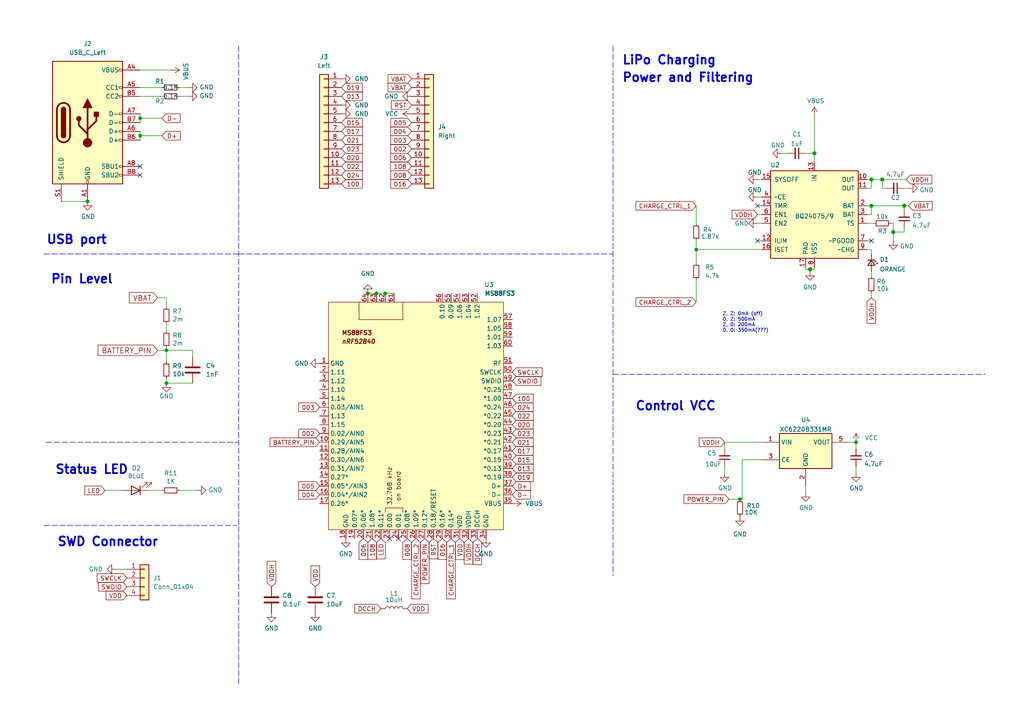
<source format=kicad_sch>
(kicad_sch (version 20211123) (generator eeschema)
  (paper "A4")
  (lib_symbols
    (symbol "Battery_Management:BQ24075" (pin_names (offset 1.016))
      (property "Reference" "U" (at -5.08 15.875 0))
      (property "Value" "BQ24075" (at -5.08 13.97 0))
      (symbol "BQ24075_0_1"
        (rectangle (start -12.7 12.7) (end 12.7 -12.7) (stroke (width 0.254)) (fill (type background)))
      )
      (symbol "BQ24075_1_1"
        (pin passive line (at 15.24 -2.54 180) (length 2.54) (name "TS") (number "1"))
        (pin power_out line (at 15.24 10.16 180) (length 2.54) (name "OUT") (number "10"))
        (pin power_out line (at 15.24 7.62 180) (length 2.54) (name "OUT") (number "11"))
        (pin passive line (at -15.24 -7.62 0) (length 2.54) (name "ILIM") (number "12"))
        (pin power_in line (at 0 15.24 270) (length 2.54) (name "IN") (number "13"))
        (pin input line (at -15.24 2.54 0) (length 2.54) (name "TMR") (number "14"))
        (pin input line (at -15.24 10.16 0) (length 2.54) (name "SYSOFF") (number "15"))
        (pin passive line (at -15.24 -10.16 0) (length 2.54) (name "ISET") (number "16"))
        (pin power_in line (at -2.54 -15.24 90) (length 2.54) (name "PAD") (number "17"))
        (pin power_out line (at 15.24 2.54 180) (length 2.54) (name "BAT") (number "2"))
        (pin power_out line (at 15.24 0 180) (length 2.54) (name "BAT") (number "3"))
        (pin input line (at -15.24 5.08 0) (length 2.54) (name "~CE") (number "4"))
        (pin input line (at -15.24 -2.54 0) (length 2.54) (name "EN2") (number "5"))
        (pin input line (at -15.24 0 0) (length 2.54) (name "EN1") (number "6"))
        (pin open_collector line (at 15.24 -7.62 180) (length 2.54) (name "~PGOOD") (number "7"))
        (pin power_in line (at 0 -15.24 90) (length 2.54) (name "VSS") (number "8"))
        (pin open_collector line (at 15.24 -10.16 180) (length 2.54) (name "~CHG") (number "9"))
      )
    )
    (symbol "Connector:USB_C_Receptacle_USB2.0" (pin_names (offset 1.016))
      (property "Reference" "J" (at -10.16 19.05 0))
      (property "Value" "USB_C_Receptacle_USB2.0" (at 19.05 19.05 0))
      (symbol "USB_C_Receptacle_USB2.0_0_0"
        (rectangle (start -0.254 -17.78) (end 0.254 -16.764))
        (rectangle (start 10.16 -14.986) (end 9.144 -15.494))
        (rectangle (start 10.16 -12.446) (end 9.144 -12.954))
        (rectangle (start 10.16 -4.826) (end 9.144 -5.334))
        (rectangle (start 10.16 -2.286) (end 9.144 -2.794))
        (rectangle (start 10.16 0.254) (end 9.144 -0.254))
        (rectangle (start 10.16 2.794) (end 9.144 2.286))
        (rectangle (start 10.16 7.874) (end 9.144 7.366))
        (rectangle (start 10.16 10.414) (end 9.144 9.906))
        (rectangle (start 10.16 15.494) (end 9.144 14.986))
      )
      (symbol "USB_C_Receptacle_USB2.0_0_1"
        (rectangle (start -10.16 17.78) (end 10.16 -17.78) (stroke (width 0.254)) (fill (type background)))
        (arc (start -8.89 -3.81) (mid -6.985 -5.715) (end -5.08 -3.81) (stroke (width 0.508)))
        (arc (start -7.62 -3.81) (mid -6.985 -4.445) (end -6.35 -3.81) (stroke (width 0.254)))
        (arc (start -7.62 -3.81) (mid -6.985 -4.445) (end -6.35 -3.81) (stroke (width 0.254)) (fill (type outline)))
        (rectangle (start -7.62 -3.81) (end -6.35 3.81) (stroke (width 0.254)) (fill (type outline)))
        (arc (start -6.35 3.81) (mid -6.985 4.445) (end -7.62 3.81) (stroke (width 0.254)))
        (arc (start -6.35 3.81) (mid -6.985 4.445) (end -7.62 3.81) (stroke (width 0.254)) (fill (type outline)))
        (arc (start -5.08 3.81) (mid -6.985 5.715) (end -8.89 3.81) (stroke (width 0.508)))
        (circle (center -2.54 1.143) (radius 0.635) (stroke (width 0.254)) (fill (type outline)))
        (circle (center 0 -5.842) (radius 1.27) (fill (type outline)))
        (polyline (pts (xy -8.89 -3.81) (xy -8.89 3.81)) (stroke (width 0.508)))
        (polyline (pts (xy -5.08 3.81) (xy -5.08 -3.81)) (stroke (width 0.508)))
        (polyline (pts (xy 0 -5.842) (xy 0 4.318)) (stroke (width 0.508)))
        (polyline (pts (xy 0 -3.302) (xy -2.54 -0.762) (xy -2.54 0.508)) (stroke (width 0.508)))
        (polyline (pts (xy 0 -2.032) (xy 2.54 0.508) (xy 2.54 1.778)) (stroke (width 0.508)))
        (polyline (pts (xy -1.27 4.318) (xy 0 6.858) (xy 1.27 4.318) (xy -1.27 4.318)) (stroke (width 0.254)) (fill (type outline)))
        (rectangle (start 1.905 1.778) (end 3.175 3.048) (stroke (width 0.254)) (fill (type outline)))
      )
      (symbol "USB_C_Receptacle_USB2.0_1_1"
        (pin passive line (at 0 -22.86 90) (length 5.08) (name "GND") (number "A1"))
        (pin passive line (at 0 -22.86 90) (length 5.08) hide (name "GND") (number "A12"))
        (pin passive line (at 15.24 15.24 180) (length 5.08) (name "VBUS") (number "A4"))
        (pin bidirectional line (at 15.24 10.16 180) (length 5.08) (name "CC1") (number "A5"))
        (pin bidirectional line (at 15.24 -2.54 180) (length 5.08) (name "D+") (number "A6"))
        (pin bidirectional line (at 15.24 2.54 180) (length 5.08) (name "D-") (number "A7"))
        (pin bidirectional line (at 15.24 -12.7 180) (length 5.08) (name "SBU1") (number "A8"))
        (pin passive line (at 15.24 15.24 180) (length 5.08) hide (name "VBUS") (number "A9"))
        (pin passive line (at 0 -22.86 90) (length 5.08) hide (name "GND") (number "B1"))
        (pin passive line (at 0 -22.86 90) (length 5.08) hide (name "GND") (number "B12"))
        (pin passive line (at 15.24 15.24 180) (length 5.08) hide (name "VBUS") (number "B4"))
        (pin bidirectional line (at 15.24 7.62 180) (length 5.08) (name "CC2") (number "B5"))
        (pin bidirectional line (at 15.24 -5.08 180) (length 5.08) (name "D+") (number "B6"))
        (pin bidirectional line (at 15.24 0 180) (length 5.08) (name "D-") (number "B7"))
        (pin bidirectional line (at 15.24 -15.24 180) (length 5.08) (name "SBU2") (number "B8"))
        (pin passive line (at 15.24 15.24 180) (length 5.08) hide (name "VBUS") (number "B9"))
        (pin passive line (at -7.62 -22.86 90) (length 5.08) (name "SHIELD") (number "S1"))
      )
    )
    (symbol "Connector_Generic:Conn_01x04" (pin_names (offset 1.016) hide)
      (property "Reference" "J" (at 0 5.08 0))
      (property "Value" "Conn_01x04" (at 0 -7.62 0))
      (symbol "Conn_01x04_1_1"
        (rectangle (start -1.27 -4.953) (end 0 -5.207) (stroke (width 0.1524)))
        (rectangle (start -1.27 -2.413) (end 0 -2.667) (stroke (width 0.1524)))
        (rectangle (start -1.27 0.127) (end 0 -0.127) (stroke (width 0.1524)))
        (rectangle (start -1.27 2.667) (end 0 2.413) (stroke (width 0.1524)))
        (rectangle (start -1.27 3.81) (end 1.27 -6.35) (stroke (width 0.254)) (fill (type background)))
        (pin passive line (at -5.08 2.54 0) (length 3.81) (name "Pin_1") (number "1"))
        (pin passive line (at -5.08 0 0) (length 3.81) (name "Pin_2") (number "2"))
        (pin passive line (at -5.08 -2.54 0) (length 3.81) (name "Pin_3") (number "3"))
        (pin passive line (at -5.08 -5.08 0) (length 3.81) (name "Pin_4") (number "4"))
      )
    )
    (symbol "Connector_Generic:Conn_01x13" (pin_names (offset 1.016) hide)
      (property "Reference" "J" (at 0 17.78 0))
      (property "Value" "Conn_01x13" (at 0 -17.78 0))
      (symbol "Conn_01x13_1_1"
        (rectangle (start -1.27 -15.113) (end 0 -15.367) (stroke (width 0.1524)))
        (rectangle (start -1.27 -12.573) (end 0 -12.827) (stroke (width 0.1524)))
        (rectangle (start -1.27 -10.033) (end 0 -10.287) (stroke (width 0.1524)))
        (rectangle (start -1.27 -7.493) (end 0 -7.747) (stroke (width 0.1524)))
        (rectangle (start -1.27 -4.953) (end 0 -5.207) (stroke (width 0.1524)))
        (rectangle (start -1.27 -2.413) (end 0 -2.667) (stroke (width 0.1524)))
        (rectangle (start -1.27 0.127) (end 0 -0.127) (stroke (width 0.1524)))
        (rectangle (start -1.27 2.667) (end 0 2.413) (stroke (width 0.1524)))
        (rectangle (start -1.27 5.207) (end 0 4.953) (stroke (width 0.1524)))
        (rectangle (start -1.27 7.747) (end 0 7.493) (stroke (width 0.1524)))
        (rectangle (start -1.27 10.287) (end 0 10.033) (stroke (width 0.1524)))
        (rectangle (start -1.27 12.827) (end 0 12.573) (stroke (width 0.1524)))
        (rectangle (start -1.27 15.367) (end 0 15.113) (stroke (width 0.1524)))
        (rectangle (start -1.27 16.51) (end 1.27 -16.51) (stroke (width 0.254)) (fill (type background)))
        (pin passive line (at -5.08 15.24 0) (length 3.81) (name "Pin_1") (number "1"))
        (pin passive line (at -5.08 -7.62 0) (length 3.81) (name "Pin_10") (number "10"))
        (pin passive line (at -5.08 -10.16 0) (length 3.81) (name "Pin_11") (number "11"))
        (pin passive line (at -5.08 -12.7 0) (length 3.81) (name "Pin_12") (number "12"))
        (pin passive line (at -5.08 -15.24 0) (length 3.81) (name "Pin_13") (number "13"))
        (pin passive line (at -5.08 12.7 0) (length 3.81) (name "Pin_2") (number "2"))
        (pin passive line (at -5.08 10.16 0) (length 3.81) (name "Pin_3") (number "3"))
        (pin passive line (at -5.08 7.62 0) (length 3.81) (name "Pin_4") (number "4"))
        (pin passive line (at -5.08 5.08 0) (length 3.81) (name "Pin_5") (number "5"))
        (pin passive line (at -5.08 2.54 0) (length 3.81) (name "Pin_6") (number "6"))
        (pin passive line (at -5.08 0 0) (length 3.81) (name "Pin_7") (number "7"))
        (pin passive line (at -5.08 -2.54 0) (length 3.81) (name "Pin_8") (number "8"))
        (pin passive line (at -5.08 -5.08 0) (length 3.81) (name "Pin_9") (number "9"))
      )
    )
    (symbol "Device:C" (pin_numbers hide) (pin_names (offset 0.254))
      (property "Reference" "C" (at 0.635 2.54 0))
      (property "Value" "C" (at 0.635 -2.54 0))
      (symbol "C_0_1"
        (polyline (pts (xy -2.032 -0.762) (xy 2.032 -0.762)) (stroke (width 0.508)))
        (polyline (pts (xy -2.032 0.762) (xy 2.032 0.762)) (stroke (width 0.508)))
      )
      (symbol "C_1_1"
        (pin passive line (at 0 3.81 270) (length 2.794) (name "~") (number "1"))
        (pin passive line (at 0 -3.81 90) (length 2.794) (name "~") (number "2"))
      )
    )
    (symbol "Device:C_Small" (pin_numbers hide) (pin_names (offset 0.254) hide)
      (property "Reference" "C" (at 0.254 1.778 0))
      (property "Value" "C_Small" (at 0.254 -2.032 0))
      (symbol "C_Small_0_1"
        (polyline (pts (xy -1.524 -0.508) (xy 1.524 -0.508)) (stroke (width 0.3302)))
        (polyline (pts (xy -1.524 0.508) (xy 1.524 0.508)) (stroke (width 0.3048)))
      )
      (symbol "C_Small_1_1"
        (pin passive line (at 0 2.54 270) (length 2.032) (name "~") (number "1"))
        (pin passive line (at 0 -2.54 90) (length 2.032) (name "~") (number "2"))
      )
    )
    (symbol "Device:L" (pin_numbers hide) (pin_names (offset 1.016) hide)
      (property "Reference" "L" (at -1.27 0 90))
      (property "Value" "L" (at 1.905 0 90))
      (symbol "L_0_1"
        (arc (start 0 -2.54) (mid 0.635 -1.905) (end 0 -1.27))
        (arc (start 0 -1.27) (mid 0.635 -0.635) (end 0 0))
        (arc (start 0 0) (mid 0.635 0.635) (end 0 1.27))
        (arc (start 0 1.27) (mid 0.635 1.905) (end 0 2.54))
      )
      (symbol "L_1_1"
        (pin passive line (at 0 3.81 270) (length 1.27) (name "1") (number "1"))
        (pin passive line (at 0 -3.81 90) (length 1.27) (name "2") (number "2"))
      )
    )
    (symbol "Device:LED" (pin_numbers hide) (pin_names (offset 1.016) hide)
      (property "Reference" "D" (at 0 2.54 0))
      (property "Value" "LED" (at 0 -2.54 0))
      (symbol "LED_0_1"
        (polyline (pts (xy -1.27 -1.27) (xy -1.27 1.27)) (stroke (width 0.254)))
        (polyline (pts (xy -1.27 0) (xy 1.27 0)))
        (polyline (pts (xy 1.27 -1.27) (xy 1.27 1.27) (xy -1.27 0) (xy 1.27 -1.27)) (stroke (width 0.254)))
        (polyline (pts (xy -3.048 -0.762) (xy -4.572 -2.286) (xy -3.81 -2.286) (xy -4.572 -2.286) (xy -4.572 -1.524)))
        (polyline (pts (xy -1.778 -0.762) (xy -3.302 -2.286) (xy -2.54 -2.286) (xy -3.302 -2.286) (xy -3.302 -1.524)))
      )
      (symbol "LED_1_1"
        (pin passive line (at -3.81 0 0) (length 2.54) (name "K") (number "1"))
        (pin passive line (at 3.81 0 180) (length 2.54) (name "A") (number "2"))
      )
    )
    (symbol "Device:LED_Small" (pin_numbers hide) (pin_names (offset 0.254) hide)
      (property "Reference" "D" (at -1.27 3.175 0))
      (property "Value" "LED_Small" (at -4.445 -2.54 0))
      (symbol "LED_Small_0_1"
        (polyline (pts (xy -0.762 -1.016) (xy -0.762 1.016)) (stroke (width 0.254)))
        (polyline (pts (xy 1.016 0) (xy -0.762 0)))
        (polyline (pts (xy 0.762 -1.016) (xy -0.762 0) (xy 0.762 1.016) (xy 0.762 -1.016)) (stroke (width 0.254)))
        (polyline (pts (xy 0 0.762) (xy -0.508 1.27) (xy -0.254 1.27) (xy -0.508 1.27) (xy -0.508 1.016)))
        (polyline (pts (xy 0.508 1.27) (xy 0 1.778) (xy 0.254 1.778) (xy 0 1.778) (xy 0 1.524)))
      )
      (symbol "LED_Small_1_1"
        (pin passive line (at -2.54 0 0) (length 1.778) (name "K") (number "1"))
        (pin passive line (at 2.54 0 180) (length 1.778) (name "A") (number "2"))
      )
    )
    (symbol "Device:R_Small" (pin_numbers hide) (pin_names (offset 0.254) hide)
      (property "Reference" "R" (at 0.762 0.508 0))
      (property "Value" "R_Small" (at 0.762 -1.016 0))
      (symbol "R_Small_0_1"
        (rectangle (start -0.762 1.778) (end 0.762 -1.778) (stroke (width 0.2032)))
      )
      (symbol "R_Small_1_1"
        (pin passive line (at 0 2.54 270) (length 0.762) (name "~") (number "1"))
        (pin passive line (at 0 -2.54 90) (length 0.762) (name "~") (number "2"))
      )
    )
    (symbol "Regulator_Linear:XC6220B331MR"
      (property "Reference" "U" (at 0 8.89 0))
      (property "Value" "XC6220B331MR" (at 0 6.35 0))
      (symbol "XC6220B331MR_0_1"
        (rectangle (start -7.62 5.08) (end 7.62 -5.08) (stroke (width 0.254)) (fill (type background)))
      )
      (symbol "XC6220B331MR_1_1"
        (pin power_in line (at -12.7 2.54 0) (length 5.08) (name "VIN") (number "1"))
        (pin power_in line (at 0 -10.16 90) (length 5.08) (name "GND") (number "2"))
        (pin input line (at -12.7 -2.54 0) (length 5.08) (name "CE") (number "3"))
        (pin no_connect line (at 7.62 -2.54 180) (length 5.08) hide (name "NC") (number "4"))
        (pin power_out line (at 12.7 2.54 180) (length 5.08) (name "VOUT") (number "5"))
      )
    )
    (symbol "keeb_parts:R_Small" (pin_numbers hide) (pin_names (offset 0.254) hide)
      (property "Reference" "R" (at 0.762 0.508 0))
      (property "Value" "keeb_parts_R_Small" (at 0.762 -1.016 0))
      (symbol "R_Small_0_1"
        (rectangle (start -0.762 1.778) (end 0.762 -1.778) (stroke (width 0.2032)))
      )
      (symbol "R_Small_1_1"
        (pin passive line (at 0 2.54 270) (length 0.762) (name "~") (number "1"))
        (pin passive line (at 0 -2.54 90) (length 0.762) (name "~") (number "2"))
      )
    )
    (symbol "keeb_power:GND" (power) (pin_names (offset 0))
      (property "Value" "keeb_power_GND" (at 0 -3.81 0))
      (symbol "GND_0_1"
        (polyline (pts (xy 0 0) (xy 0 -1.27) (xy 1.27 -1.27) (xy 0 -2.54) (xy -1.27 -1.27) (xy 0 -1.27)))
      )
      (symbol "GND_1_1"
        (pin power_in line (at 0 0 270) (length 0) hide (name "GND") (number "1"))
      )
    )
    (symbol "keeb_power:VBUS" (power) (pin_names (offset 0))
      (property "Value" "keeb_power_VBUS" (at 0 3.81 0))
      (symbol "VBUS_0_1"
        (polyline (pts (xy -0.762 1.27) (xy 0 2.54)))
        (polyline (pts (xy 0 0) (xy 0 2.54)))
        (polyline (pts (xy 0 2.54) (xy 0.762 1.27)))
      )
      (symbol "VBUS_1_1"
        (pin power_in line (at 0 0 90) (length 0) hide (name "VBUS") (number "1"))
      )
    )
    (symbol "kien242:MS88FS3"
      (property "Reference" "U" (at 0 0 0))
      (property "Value" "MS88FS3" (at 0 2.54 0))
      (symbol "MS88FS3_0_0"
        (polyline (pts (xy -16.51 33.02) (xy -16.51 27.94) (xy -3.81 27.94) (xy -3.81 33.02)))
        (polyline (pts (xy -8.89 -27.94) (xy -8.89 -26.67) (xy -3.81 -26.67) (xy -3.81 -27.94)))
        (text "32.768 kHz" (at -7.62 -20.32 900) (effects (font (size 1.27 1.27))))
        (text "MS88FS3" (at -21.59 24.13 0) (effects (font (size 1.27 1.27) bold) (justify left)))
        (text "nRF52840" (at -21.59 21.59 0) (effects (font (size 1.27 1.27) bold italic) (justify left)))
        (text "on board" (at -5.08 -20.32 900) (effects (font (size 1.27 1.27))))
      )
      (symbol "MS88FS3_0_1"
        (rectangle (start -25.4 33.02) (end 25.4 -33.02) (fill (type background)))
      )
      (symbol "MS88FS3_1_1"
        (pin input line (at -27.94 15.24 0) (length 2.54) (name "GND") (number "1"))
        (pin input line (at -27.94 -7.62 0) (length 2.54) (name "0.29/AIN5") (number "10"))
        (pin input line (at -27.94 -10.16 0) (length 2.54) (name "0.28/AIN4") (number "11"))
        (pin input line (at -27.94 -12.7 0) (length 2.54) (name "0.30/AIN6") (number "12"))
        (pin input line (at -27.94 -15.24 0) (length 2.54) (name "0.31/AIN7") (number "13"))
        (pin input line (at -27.94 -17.78 0) (length 2.54) (name "0.27*") (number "14"))
        (pin input line (at -27.94 -20.32 0) (length 2.54) (name "0.05*/AIN3") (number "15"))
        (pin input line (at -27.94 -22.86 0) (length 2.54) (name "0.04*/AIN2") (number "16"))
        (pin input line (at -27.94 -25.4 0) (length 2.54) (name "0.26*") (number "17"))
        (pin input line (at -20.32 -35.56 90) (length 2.54) (name "GND") (number "18"))
        (pin input line (at -17.78 -35.56 90) (length 2.54) (name "0.07*") (number "19"))
        (pin input line (at -27.94 12.7 0) (length 2.54) (name "1.11") (number "2"))
        (pin input line (at -15.24 -35.56 90) (length 2.54) (name "0.06*") (number "20"))
        (pin input line (at -12.7 -35.56 90) (length 2.54) (name "1.08*") (number "21"))
        (pin input line (at -10.16 -35.56 90) (length 2.54) (name "0.11*") (number "22"))
        (pin input line (at -7.62 -35.56 90) (length 2.54) (name "0.00") (number "23"))
        (pin input line (at -5.08 -35.56 90) (length 2.54) (name "0.01") (number "24"))
        (pin input line (at -2.54 -35.56 90) (length 2.54) (name "0.08*") (number "25"))
        (pin input line (at 0 -35.56 90) (length 2.54) (name "1.09*") (number "26"))
        (pin input line (at 2.54 -35.56 90) (length 2.54) (name "0.12*") (number "27"))
        (pin input line (at 5.08 -35.56 90) (length 2.54) (name "0.18/RESET") (number "28"))
        (pin input line (at 7.62 -35.56 90) (length 2.54) (name "0.16*") (number "29"))
        (pin input line (at -27.94 10.16 0) (length 2.54) (name "1.12") (number "3"))
        (pin input line (at 10.16 -35.56 90) (length 2.54) (name "0.14*") (number "30"))
        (pin input line (at 12.7 -35.56 90) (length 2.54) (name "VDD") (number "31"))
        (pin input line (at 15.24 -35.56 90) (length 2.54) (name "VDDH") (number "32"))
        (pin input line (at 17.78 -35.56 90) (length 2.54) (name "DCCH") (number "33"))
        (pin input line (at 20.32 -35.56 90) (length 2.54) (name "GND") (number "34"))
        (pin input line (at 27.94 -25.4 180) (length 2.54) (name "VBUS") (number "35"))
        (pin input line (at 27.94 -22.86 180) (length 2.54) (name "D-") (number "36"))
        (pin input line (at 27.94 -20.32 180) (length 2.54) (name "D+") (number "37"))
        (pin input line (at 27.94 -17.78 180) (length 2.54) (name "*0.19") (number "38"))
        (pin input line (at 27.94 -15.24 180) (length 2.54) (name "*0.13") (number "39"))
        (pin input line (at -27.94 7.62 0) (length 2.54) (name "1.10") (number "4"))
        (pin input line (at 27.94 -12.7 180) (length 2.54) (name "*0.15") (number "40"))
        (pin input line (at 27.94 -10.16 180) (length 2.54) (name "*0.17") (number "41"))
        (pin input line (at 27.94 -7.62 180) (length 2.54) (name "*0.21") (number "42"))
        (pin input line (at 27.94 -5.08 180) (length 2.54) (name "*0.23") (number "43"))
        (pin input line (at 27.94 -2.54 180) (length 2.54) (name "*0.20") (number "44"))
        (pin input line (at 27.94 0 180) (length 2.54) (name "*0.22") (number "45"))
        (pin input line (at 27.94 2.54 180) (length 2.54) (name "*0.24") (number "46"))
        (pin input line (at 27.94 5.08 180) (length 2.54) (name "*1.00") (number "47"))
        (pin input line (at 27.94 7.62 180) (length 2.54) (name "*0.25") (number "48"))
        (pin input line (at 27.94 10.16 180) (length 2.54) (name "SWDIO") (number "49"))
        (pin input line (at -27.94 5.08 0) (length 2.54) (name "1.14") (number "5"))
        (pin input line (at 27.94 12.7 180) (length 2.54) (name "SWCLK") (number "50"))
        (pin input line (at 27.94 15.24 180) (length 2.54) (name "RF") (number "51"))
        (pin input line (at 17.78 35.56 270) (length 2.54) (name "1.02") (number "52"))
        (pin input line (at 15.24 35.56 270) (length 2.54) (name "1.04") (number "53"))
        (pin input line (at 12.7 35.56 270) (length 2.54) (name "1.06") (number "54"))
        (pin input line (at 10.16 35.56 270) (length 2.54) (name "0.09") (number "55"))
        (pin input line (at 7.62 35.56 270) (length 2.54) (name "0.10") (number "56"))
        (pin input line (at 27.94 27.94 180) (length 2.54) (name "1.07") (number "57"))
        (pin input line (at 27.94 25.4 180) (length 2.54) (name "1.05") (number "58"))
        (pin input line (at 27.94 22.86 180) (length 2.54) (name "1.01") (number "59"))
        (pin input line (at -27.94 2.54 0) (length 2.54) (name "0.03/AIN1") (number "6"))
        (pin input line (at 27.94 20.32 180) (length 2.54) (name "1.03") (number "60"))
        (pin input line (at -6.35 35.56 270) (length 2.54) (name "") (number "61"))
        (pin input line (at -8.89 35.56 270) (length 2.54) (name "") (number "62"))
        (pin input line (at -11.43 35.56 270) (length 2.54) (name "") (number "63"))
        (pin input line (at -13.97 35.56 270) (length 2.54) (name "") (number "64"))
        (pin input line (at -27.94 0 0) (length 2.54) (name "1.13") (number "7"))
        (pin input line (at -27.94 -2.54 0) (length 2.54) (name "1.15") (number "8"))
        (pin input line (at -27.94 -5.08 0) (length 2.54) (name "0.02/AIN0") (number "9"))
      )
    )
    (symbol "power:GND" (power) (pin_names (offset 0))
      (property "Value" "GND" (at 0 -3.81 0))
      (symbol "GND_0_1"
        (polyline (pts (xy 0 0) (xy 0 -1.27) (xy 1.27 -1.27) (xy 0 -2.54) (xy -1.27 -1.27) (xy 0 -1.27)))
      )
      (symbol "GND_1_1"
        (pin power_in line (at 0 0 270) (length 0) hide (name "GND") (number "1"))
      )
    )
    (symbol "power:VCC" (power) (pin_names (offset 0))
      (property "Value" "VCC" (at 0 3.81 0))
      (symbol "VCC_0_1"
        (polyline (pts (xy -0.762 1.27) (xy 0 2.54)))
        (polyline (pts (xy 0 0) (xy 0 2.54)))
        (polyline (pts (xy 0 2.54) (xy 0.762 1.27)))
      )
      (symbol "VCC_1_1"
        (pin power_in line (at 0 0 90) (length 0) hide (name "VCC") (number "1"))
      )
    )
  )
  (junction (at 25.4 58.42))
  (junction (at 236.22 44.45) (diameter 1.016))
  (junction (at 109.22 85.09))
  (junction (at 234.95 78.105) (diameter 1.016))
  (junction (at 252.73 52.07) (diameter 1.016))
  (junction (at 259.08 67.31) (diameter 1.016))
  (junction (at 214.63 144.78))
  (junction (at 252.73 59.69) (diameter 1.016))
  (junction (at 248.285 128.27))
  (junction (at 40.64 39.37))
  (junction (at 201.93 72.39))
  (junction (at 262.255 59.69) (diameter 1.016))
  (junction (at 48.26 101.6) (diameter 0.9144))
  (junction (at 40.64 34.29))
  (junction (at 111.76 85.09))
  (junction (at 255.905 52.07) (diameter 1.016))
  (junction (at 48.26 111.125))
  (junction (at 106.68 85.09))
  (no_connect (at 219.71 69.85))
  (no_connect (at 40.64 50.8))
  (no_connect (at 113.03 156.21))
  (no_connect (at 115.57 156.21))
  (no_connect (at 40.64 48.26))
  (no_connect (at 252.73 69.85))
  (no_connect (at 219.71 59.69))
  (wire (pts (xy 40.64 27.94) (xy 46.99 27.94)))
  (wire (pts (xy 251.46 62.23) (xy 252.73 62.23)))
  (wire (pts (xy 251.46 72.39) (xy 252.73 72.39)))
  (wire (pts (xy 234.95 78.105) (xy 234.95 78.74)))
  (polyline (pts (xy 12.7 73.66) (xy 69.215 73.66)))
  (wire (pts (xy 219.71 52.07) (xy 220.98 52.07)))
  (wire (pts (xy 30.48 142.24) (xy 35.56 142.24)))
  (wire (pts (xy 52.07 142.24) (xy 57.15 142.24)))
  (wire (pts (xy 210.185 135.255) (xy 210.185 137.16)))
  (wire (pts (xy 201.93 69.85) (xy 201.93 72.39)))
  (wire (pts (xy 55.88 103.505) (xy 55.88 101.6)))
  (wire (pts (xy 201.93 72.39) (xy 201.93 76.2)))
  (wire (pts (xy 251.46 64.77) (xy 253.365 64.77)))
  (wire (pts (xy 234.95 78.105) (xy 236.22 78.105)))
  (wire (pts (xy 262.255 67.31) (xy 262.255 66.04)))
  (wire (pts (xy 55.88 101.6) (xy 48.26 101.6)))
  (wire (pts (xy 43.18 142.24) (xy 46.99 142.24)))
  (wire (pts (xy 259.08 64.77) (xy 259.08 67.31)))
  (wire (pts (xy 219.71 59.69) (xy 220.98 59.69)))
  (wire (pts (xy 54.61 27.94) (xy 52.07 27.94)))
  (polyline (pts (xy 69.215 73.66) (xy 177.8 73.66)))
  (wire (pts (xy 219.71 69.85) (xy 220.98 69.85)))
  (wire (pts (xy 258.445 64.77) (xy 259.08 64.77)))
  (polyline (pts (xy 12.7 152.4) (xy 68.58 152.4)))
  (wire (pts (xy 262.255 54.61) (xy 263.525 54.61)))
  (wire (pts (xy 252.73 78.74) (xy 252.73 80.01)))
  (wire (pts (xy 233.68 77.47) (xy 233.68 78.105)))
  (wire (pts (xy 233.68 140.97) (xy 233.68 142.875)))
  (wire (pts (xy 251.46 69.85) (xy 252.73 69.85)))
  (wire (pts (xy 40.64 38.1) (xy 40.64 39.37)))
  (wire (pts (xy 252.73 85.09) (xy 252.73 86.36)))
  (wire (pts (xy 252.73 72.39) (xy 252.73 73.66)))
  (wire (pts (xy 48.26 86.36) (xy 48.26 88.9)))
  (wire (pts (xy 236.22 78.105) (xy 236.22 77.47)))
  (wire (pts (xy 255.905 54.61) (xy 257.175 54.61)))
  (wire (pts (xy 40.64 39.37) (xy 46.99 39.37)))
  (wire (pts (xy 40.64 34.29) (xy 40.64 35.56)))
  (wire (pts (xy 40.64 33.02) (xy 40.64 34.29)))
  (wire (pts (xy 201.93 59.69) (xy 201.93 64.77)))
  (wire (pts (xy 211.455 144.78) (xy 214.63 144.78)))
  (polyline (pts (xy 13.335 128.27) (xy 69.215 128.27)))
  (wire (pts (xy 201.93 87.63) (xy 201.93 81.28)))
  (wire (pts (xy 48.26 100.965) (xy 48.26 101.6)))
  (wire (pts (xy 233.68 44.45) (xy 236.22 44.45)))
  (wire (pts (xy 17.78 58.42) (xy 25.4 58.42)))
  (wire (pts (xy 252.73 62.23) (xy 252.73 59.69)))
  (wire (pts (xy 251.46 59.69) (xy 252.73 59.69)))
  (wire (pts (xy 262.255 59.69) (xy 263.525 59.69)))
  (wire (pts (xy 215.265 144.78) (xy 215.265 133.35)))
  (wire (pts (xy 236.22 44.45) (xy 236.22 46.99)))
  (wire (pts (xy 40.64 34.29) (xy 46.99 34.29)))
  (wire (pts (xy 40.64 20.32) (xy 49.53 20.32)))
  (wire (pts (xy 106.68 85.09) (xy 109.22 85.09)))
  (wire (pts (xy 48.26 101.6) (xy 48.26 104.775)))
  (polyline (pts (xy 69.215 13.335) (xy 69.215 167.005)))
  (wire (pts (xy 40.64 39.37) (xy 40.64 40.64)))
  (polyline (pts (xy 177.8 108.585) (xy 285.75 108.585)))
  (wire (pts (xy 248.285 128.27) (xy 248.285 130.175)))
  (wire (pts (xy 226.695 44.45) (xy 228.6 44.45)))
  (wire (pts (xy 48.26 111.125) (xy 48.26 109.855)))
  (wire (pts (xy 219.71 62.23) (xy 220.98 62.23)))
  (wire (pts (xy 255.905 52.07) (xy 262.89 52.07)))
  (wire (pts (xy 48.26 111.125) (xy 55.88 111.125)))
  (wire (pts (xy 246.38 128.27) (xy 248.285 128.27)))
  (wire (pts (xy 210.185 128.27) (xy 210.185 130.175)))
  (wire (pts (xy 251.46 54.61) (xy 252.73 54.61)))
  (wire (pts (xy 259.08 67.31) (xy 259.08 69.85)))
  (wire (pts (xy 111.76 85.09) (xy 114.3 85.09)))
  (wire (pts (xy 45.72 86.36) (xy 48.26 86.36)))
  (polyline (pts (xy 69.215 167.005) (xy 69.215 198.755)))
  (wire (pts (xy 248.285 135.255) (xy 248.285 137.16)))
  (wire (pts (xy 33.655 165.1) (xy 36.83 165.1)))
  (wire (pts (xy 259.08 67.31) (xy 262.255 67.31)))
  (polyline (pts (xy 177.8 13.335) (xy 177.8 167.005)))
  (wire (pts (xy 252.73 59.69) (xy 262.255 59.69)))
  (wire (pts (xy 219.71 64.77) (xy 220.98 64.77)))
  (wire (pts (xy 255.905 52.07) (xy 255.905 54.61)))
  (wire (pts (xy 252.73 54.61) (xy 252.73 52.07)))
  (wire (pts (xy 215.265 133.35) (xy 220.98 133.35)))
  (wire (pts (xy 52.07 25.4) (xy 54.61 25.4)))
  (wire (pts (xy 262.255 60.96) (xy 262.255 59.69)))
  (wire (pts (xy 252.73 52.07) (xy 255.905 52.07)))
  (wire (pts (xy 109.22 85.09) (xy 111.76 85.09)))
  (wire (pts (xy 251.46 52.07) (xy 252.73 52.07)))
  (wire (pts (xy 48.26 93.98) (xy 48.26 95.885)))
  (wire (pts (xy 233.68 78.105) (xy 234.95 78.105)))
  (wire (pts (xy 236.22 33.655) (xy 236.22 44.45)))
  (wire (pts (xy 45.72 101.6) (xy 48.26 101.6)))
  (wire (pts (xy 214.63 144.78) (xy 215.265 144.78)))
  (wire (pts (xy 201.93 72.39) (xy 220.98 72.39)))
  (wire (pts (xy 40.64 25.4) (xy 46.99 25.4)))
  (wire (pts (xy 219.71 57.15) (xy 220.98 57.15)))
  (wire (pts (xy 210.185 128.27) (xy 220.98 128.27)))
  (text "Power and Filtering" (at 180.34 24.13 0) (effects (font (size 2.54 2.54) (thickness 0.508) bold) (justify left bottom)))
  (text "Z, Z: 0mA (off)\n0, Z: 500mA\nZ, 0: 200mA\n0, 0: 350mA(???)" (at 209.55 96.52 0) (effects (font (size 0.9906 0.9906)) (justify left bottom)))
  (text "Status LED" (at 15.875 137.795 0) (effects (font (size 2.54 2.54) (thickness 0.508) bold) (justify left bottom)))
  (text "LiPo Charging\n" (at 180.34 19.05 0) (effects (font (size 2.54 2.54) (thickness 0.508) bold) (justify left bottom)))
  (text "Control VCC\n" (at 184.15 119.38 0) (effects (font (size 2.54 2.54) (thickness 0.508) bold) (justify left bottom)))
  (text "Pin Level" (at 14.605 82.55 0) (effects (font (size 2.54 2.54) (thickness 0.508) bold) (justify left bottom)))
  (text "SWD Connector" (at 16.51 158.75 0) (effects (font (size 2.54 2.54) (thickness 0.508) bold) (justify left bottom)))
  (text "USB port\n" (at 13.335 71.12 0) (effects (font (size 2.54 2.54) (thickness 0.508) bold) (justify left bottom)))
  (global_label "CHARGE_CTRL_2" (shape input) (at 120.65 156.21 270) (property "Intersheet References" "${INTERSHEET_REFS}" (effects hide)))
  (global_label "020" (shape input) (at 99.06 45.72 0) (property "Intersheet References" "${INTERSHEET_REFS}" (effects hide)))
  (global_label "D+" (shape input) (at 148.59 140.97 0) (property "Intersheet References" "${INTERSHEET_REFS}" (effects hide)))
  (global_label "BATTERY_PIN" (shape input) (at 92.71 128.27 180) (property "Intersheet References" "${INTERSHEET_REFS}" (effects hide)))
  (global_label "003" (shape input) (at 92.71 118.11 180) (property "Intersheet References" "${INTERSHEET_REFS}" (effects hide)))
  (global_label "LED" (shape input) (at 30.48 142.24 180) (property "Intersheet References" "${INTERSHEET_REFS}" (effects hide)))
  (global_label "002" (shape input) (at 119.38 43.18 180) (property "Intersheet References" "${INTERSHEET_REFS}" (effects hide)))
  (global_label "RST" (shape input) (at 125.73 156.21 270) (property "Intersheet References" "${INTERSHEET_REFS}" (effects hide)))
  (global_label "004" (shape input) (at 92.71 143.51 180) (property "Intersheet References" "${INTERSHEET_REFS}" (effects hide)))
  (global_label "006" (shape input) (at 105.41 156.21 270) (property "Intersheet References" "${INTERSHEET_REFS}" (effects hide)))
  (global_label "VDDH" (shape input) (at 262.89 52.07 0) (property "Intersheet References" "${INTERSHEET_REFS}" (effects hide)))
  (global_label "CHARGE_CTRL_1" (shape input) (at 201.93 59.69 180) (property "Intersheet References" "${INTERSHEET_REFS}" (effects hide)))
  (global_label "VBAT" (shape input) (at 119.38 25.4 180) (property "Intersheet References" "${INTERSHEET_REFS}" (effects hide)))
  (global_label "POWER_PIN" (shape input) (at 123.19 156.21 270) (property "Intersheet References" "${INTERSHEET_REFS}" (effects hide)))
  (global_label "004" (shape input) (at 119.38 38.1 180) (property "Intersheet References" "${INTERSHEET_REFS}" (effects hide)))
  (global_label "019" (shape input) (at 148.59 138.43 0) (property "Intersheet References" "${INTERSHEET_REFS}" (effects hide)))
  (global_label "VDDH" (shape input) (at 252.73 86.36 270) (property "Intersheet References" "${INTERSHEET_REFS}" (effects hide)))
  (global_label "005" (shape input) (at 92.71 140.97 180) (property "Intersheet References" "${INTERSHEET_REFS}" (effects hide)))
  (global_label "015" (shape input) (at 99.06 35.56 0) (property "Intersheet References" "${INTERSHEET_REFS}" (effects hide)))
  (global_label "015" (shape input) (at 148.59 133.35 0) (property "Intersheet References" "${INTERSHEET_REFS}" (effects hide)))
  (global_label "SWCLK" (shape input) (at 148.59 107.95 0) (property "Intersheet References" "${INTERSHEET_REFS}" (effects hide)))
  (global_label "022" (shape input) (at 99.06 48.26 0) (property "Intersheet References" "${INTERSHEET_REFS}" (effects hide)))
  (global_label "RST" (shape input) (at 119.38 30.48 180) (property "Intersheet References" "${INTERSHEET_REFS}" (effects hide)))
  (global_label "019" (shape input) (at 99.06 25.4 0) (property "Intersheet References" "${INTERSHEET_REFS}" (effects hide)))
  (global_label "VDDH" (shape input) (at 135.89 156.21 270) (property "Intersheet References" "${INTERSHEET_REFS}" (effects hide)))
  (global_label "017" (shape input) (at 148.59 130.81 0) (property "Intersheet References" "${INTERSHEET_REFS}" (effects hide)))
  (global_label "023" (shape input) (at 99.06 43.18 0) (property "Intersheet References" "${INTERSHEET_REFS}" (effects hide)))
  (global_label "002" (shape input) (at 92.71 125.73 180) (property "Intersheet References" "${INTERSHEET_REFS}" (effects hide)))
  (global_label "017" (shape input) (at 99.06 38.1 0) (property "Intersheet References" "${INTERSHEET_REFS}" (effects hide)))
  (global_label "VDD" (shape input) (at 118.11 176.53 0) (property "Intersheet References" "${INTERSHEET_REFS}" (effects hide)))
  (global_label "VBAT" (shape input) (at 119.38 22.86 180) (property "Intersheet References" "${INTERSHEET_REFS}" (effects hide)))
  (global_label "SWDIO" (shape input) (at 36.83 170.18 180) (property "Intersheet References" "${INTERSHEET_REFS}" (effects hide)))
  (global_label "VDD" (shape input) (at 91.44 170.18 90) (property "Intersheet References" "${INTERSHEET_REFS}" (effects hide)))
  (global_label "D-" (shape input) (at 148.59 143.51 0) (property "Intersheet References" "${INTERSHEET_REFS}" (effects hide)))
  (global_label "024" (shape input) (at 99.06 50.8 0) (property "Intersheet References" "${INTERSHEET_REFS}" (effects hide)))
  (global_label "020" (shape input) (at 148.59 123.19 0) (property "Intersheet References" "${INTERSHEET_REFS}" (effects hide)))
  (global_label "VBAT" (shape input) (at 45.72 86.36 180) (effects (font (size 1.524 1.524))) (property "Intersheet References" "${INTERSHEET_REFS}" (effects hide)))
  (global_label "108" (shape input) (at 107.95 156.21 270) (property "Intersheet References" "${INTERSHEET_REFS}" (effects hide)))
  (global_label "023" (shape input) (at 148.59 125.73 0) (property "Intersheet References" "${INTERSHEET_REFS}" (effects hide)))
  (global_label "013" (shape input) (at 99.06 27.94 0) (property "Intersheet References" "${INTERSHEET_REFS}" (effects hide)))
  (global_label "024" (shape input) (at 148.59 118.11 0) (property "Intersheet References" "${INTERSHEET_REFS}" (effects hide)))
  (global_label "D-" (shape input) (at 46.99 34.29 0) (property "Intersheet References" "${INTERSHEET_REFS}" (effects hide)))
  (global_label "DCCH" (shape input) (at 138.43 156.21 270) (property "Intersheet References" "${INTERSHEET_REFS}" (effects hide)))
  (global_label "003" (shape input) (at 119.38 40.64 180) (property "Intersheet References" "${INTERSHEET_REFS}" (effects hide)))
  (global_label "BATTERY_PIN" (shape input) (at 45.72 101.6 180) (effects (font (size 1.524 1.524))) (property "Intersheet References" "${INTERSHEET_REFS}" (effects hide)))
  (global_label "100" (shape input) (at 148.59 115.57 0) (property "Intersheet References" "${INTERSHEET_REFS}" (effects hide)))
  (global_label "VDDH" (shape input) (at 219.71 62.23 180) (property "Intersheet References" "${INTERSHEET_REFS}" (effects hide)))
  (global_label "CHARGE_CTRL_1" (shape input) (at 130.81 156.21 270) (property "Intersheet References" "${INTERSHEET_REFS}" (effects hide)))
  (global_label "008" (shape input) (at 118.11 156.21 270) (property "Intersheet References" "${INTERSHEET_REFS}" (effects hide)))
  (global_label "VDDH" (shape input) (at 210.185 128.27 180) (property "Intersheet References" "${INTERSHEET_REFS}" (effects hide)))
  (global_label "VDD" (shape input) (at 36.83 172.72 180) (property "Intersheet References" "${INTERSHEET_REFS}" (effects hide)))
  (global_label "100" (shape input) (at 99.06 53.34 0) (property "Intersheet References" "${INTERSHEET_REFS}" (effects hide)))
  (global_label "D+" (shape input) (at 46.99 39.37 0) (property "Intersheet References" "${INTERSHEET_REFS}" (effects hide)))
  (global_label "005" (shape input) (at 119.38 35.56 180) (property "Intersheet References" "${INTERSHEET_REFS}" (effects hide)))
  (global_label "POWER_PIN" (shape input) (at 211.455 144.78 180) (property "Intersheet References" "${INTERSHEET_REFS}" (effects hide)))
  (global_label "016" (shape input) (at 119.38 53.34 180) (property "Intersheet References" "${INTERSHEET_REFS}" (effects hide)))
  (global_label "013" (shape input) (at 148.59 135.89 0) (property "Intersheet References" "${INTERSHEET_REFS}" (effects hide)))
  (global_label "SWCLK" (shape input) (at 36.83 167.64 180) (property "Intersheet References" "${INTERSHEET_REFS}" (effects hide)))
  (global_label "CHARGE_CTRL_2" (shape input) (at 201.93 87.63 180) (property "Intersheet References" "${INTERSHEET_REFS}" (effects hide)))
  (global_label "108" (shape input) (at 119.38 48.26 180) (property "Intersheet References" "${INTERSHEET_REFS}" (effects hide)))
  (global_label "LED" (shape input) (at 110.49 156.21 270) (property "Intersheet References" "${INTERSHEET_REFS}" (effects hide)))
  (global_label "021" (shape input) (at 99.06 40.64 0) (property "Intersheet References" "${INTERSHEET_REFS}" (effects hide)))
  (global_label "022" (shape input) (at 148.59 120.65 0) (property "Intersheet References" "${INTERSHEET_REFS}" (effects hide)))
  (global_label "SWDIO" (shape input) (at 148.59 110.49 0) (property "Intersheet References" "${INTERSHEET_REFS}" (effects hide)))
  (global_label "006" (shape input) (at 119.38 45.72 180) (property "Intersheet References" "${INTERSHEET_REFS}" (effects hide)))
  (global_label "VDD" (shape input) (at 133.35 156.21 270) (property "Intersheet References" "${INTERSHEET_REFS}" (effects hide)))
  (global_label "VDDH" (shape input) (at 78.74 170.18 90) (property "Intersheet References" "${INTERSHEET_REFS}" (effects hide)))
  (global_label "VBAT" (shape input) (at 263.525 59.69 0) (property "Intersheet References" "${INTERSHEET_REFS}" (effects hide)))
  (global_label "021" (shape input) (at 148.59 128.27 0) (property "Intersheet References" "${INTERSHEET_REFS}" (effects hide)))
  (global_label "DCCH" (shape input) (at 110.49 176.53 180) (property "Intersheet References" "${INTERSHEET_REFS}" (effects hide)))
  (global_label "016" (shape input) (at 128.27 156.21 270) (property "Intersheet References" "${INTERSHEET_REFS}" (effects hide)))
  (global_label "008" (shape input) (at 119.38 50.8 180) (property "Intersheet References" "${INTERSHEET_REFS}" (effects hide)))
  (symbol (lib_id "keeb_parts:R_Small") (at 49.53 25.4 90) (mirror x) (unit 1)
    (property "Reference" "R1" (at 46.355 23.5966 90))
    (property "Value" "5.1K" (at 49.53 25.273 90))
    (property "Footprint" "Resistor_SMD:R_0402_1005Metric" (effects hide))
  )
  (symbol (lib_id "power:GND") (at 106.68 85.09 180) (unit 1)
    (property "Reference" "#PWR0116" (effects hide))
    (property "Value" "GND" (at 106.68 79.375 0))
  )
  (symbol (lib_id "Device:C_Small") (at 210.185 132.715 180) (unit 1)
    (property "Reference" "C5" (at 205.105 131.445 0) (effects (justify right)))
    (property "Value" "10uF" (at 204.47 134.62 0) (effects (justify right)))
    (property "Footprint" "Capacitor_SMD:C_0402_1005Metric" (effects hide))
    (property "LCSC Part" "C19702" (effects hide))
    (property "Manufacturer Part" "CL10A106KP8NNNC" (effects hide))
    (property "JLC Part" "C19702" (effects hide))
  )
  (symbol (lib_id "Connector_Generic:Conn_01x13") (at 93.98 38.1 0) (mirror y) (unit 1)
    (property "Reference" "J3" (at 93.98 16.51 0))
    (property "Value" "Left" (at 93.98 19.05 0))
    (property "Footprint" "Kimiro-library:Conn_1x13_P2.54mm" (effects hide))
  )
  (symbol (lib_id "Device:L") (at 114.3 176.53 90) (unit 1)
    (property "Reference" "L1" (at 115.57 172.085 90) (effects (justify left)))
    (property "Value" "10uH" (at 116.84 173.99 90) (effects (justify left)))
    (property "Footprint" "Inductor_SMD:L_0603_1608Metric" (effects hide))
  )
  (symbol (lib_id "keeb_power:GND") (at 54.61 25.4 90) (unit 1)
    (property "Reference" "#PWR0126" (effects hide))
    (property "Value" "GND" (at 57.8612 25.273 90) (effects (justify right)))
  )
  (symbol (lib_id "Device:R_Small") (at 255.905 64.77 90) (unit 1)
    (property "Reference" "R3" (at 255.905 67.0212 90))
    (property "Value" "10k" (at 255.905 62.8113 90))
    (property "Footprint" "Resistor_SMD:R_0402_1005Metric" (effects hide))
    (property "LCSC Part" "C60490" (effects hide))
    (property "Manufacturer Part" "RC0402FR-0710KL" (effects hide))
    (property "JLC Part" "C25744" (effects hide))
  )
  (symbol (lib_id "power:GND") (at 234.95 78.74 0) (unit 1)
    (property "Reference" "#PWR0117" (effects hide))
    (property "Value" "GND" (at 234.95 83.3026 0))
  )
  (symbol (lib_id "keeb_power:VBUS") (at 236.22 33.655 0) (unit 1)
    (property "Reference" "#PWR0111" (effects hide))
    (property "Value" "VBUS" (at 236.601 29.2608 0))
  )
  (symbol (lib_id "Device:C_Small") (at 259.715 54.61 270) (unit 1)
    (property "Reference" "C2" (at 259.715 57.3363 90))
    (property "Value" "4.7uF" (at 259.715 50.5864 90))
    (property "Footprint" "Capacitor_SMD:C_0402_1005Metric" (effects hide))
    (property "LCSC Part" "C368809" (effects hide))
    (property "Digikey" "1276-1784-1-ND" (effects hide))
    (property "Manufacturer Part" "CL05A475KP5NRNC" (effects hide))
    (property "JLC Part" "C23733" (effects hide))
  )
  (symbol (lib_id "Device:LED_Small") (at 252.73 76.2 270) (unit 1)
    (property "Reference" "D1" (at 255.1431 75.2915 90) (effects (justify left)))
    (property "Value" "ORANGE" (at 255.1431 78.0666 90) (effects (justify left)))
    (property "Footprint" "LED_SMD:LED_0603_1608Metric" (effects hide))
    (property "LCSC Part" "C160478" (effects hide))
    (property "Manufacturer Part" "19-217/S2C-AQ1R1B/3T" (effects hide))
    (property "JLC Part" "C72038" (effects hide))
  )
  (symbol (lib_id "power:GND") (at 219.71 57.15 270) (unit 1)
    (property "Reference" "#PWR0108" (effects hide))
    (property "Value" "GND" (at 220.98 55.089 90) (effects (justify right)))
  )
  (symbol (lib_id "power:GND") (at 57.15 142.24 90) (unit 1)
    (property "Reference" "#PWR0118" (effects hide))
    (property "Value" "GND" (at 60.4012 142.113 90) (effects (justify right)))
  )
  (symbol (lib_id "power:GND") (at 140.97 156.21 0) (unit 1)
    (property "Reference" "#PWR0133" (effects hide))
    (property "Value" "GND" (at 140.97 160.655 0))
  )
  (symbol (lib_id "Device:R_Small") (at 48.26 91.44 0) (unit 1)
    (property "Reference" "R7" (at 50.038 90.2716 0) (effects (justify left)))
    (property "Value" "2m" (at 50.038 92.583 0) (effects (justify left)))
    (property "Footprint" "Resistor_SMD:R_0402_1005Metric" (effects hide))
  )
  (symbol (lib_id "Device:R_Small") (at 201.93 78.74 0) (unit 1)
    (property "Reference" "R5" (at 204.47 77.4699 0) (effects (justify left)))
    (property "Value" "4.7k" (at 204.47 80.0099 0) (effects (justify left)))
    (property "Footprint" "Resistor_SMD:R_0402_1005Metric" (effects hide))
    (property "LCSC Part" "C131467" (effects hide))
    (property "Manufacturer Part" "RC0402FR-073K9L" (effects hide))
    (property "JLC Part" "C51721" (effects hide))
  )
  (symbol (lib_id "power:GND") (at 259.08 69.85 0) (unit 1)
    (property "Reference" "#PWR0115" (effects hide))
    (property "Value" "GND" (at 260.9851 71.4085 0) (effects (justify left)))
  )
  (symbol (lib_id "power:GND") (at 119.38 27.94 270) (unit 1)
    (property "Reference" "#PWR0113" (effects hide))
    (property "Value" "GND" (at 115.57 27.9399 90) (effects (justify right)))
  )
  (symbol (lib_id "kien242:MS88FS3") (at 120.65 120.65 0) (unit 1)
    (property "Reference" "U3" (at 140.4494 82.55 0) (effects (justify left)))
    (property "Value" "MS88FS3" (at 140.4494 85.09 0) (effects (font bold) (justify left)))
    (property "Footprint" "kien242:MS88SF3-nRF52840" (effects hide))
  )
  (symbol (lib_id "Device:R_Small") (at 214.63 147.32 0) (unit 1)
    (property "Reference" "R10" (at 216.535 146.685 0) (effects (justify left)))
    (property "Value" "10K" (at 215.9 148.59 0) (effects (justify left)))
    (property "Footprint" "Resistor_SMD:R_0402_1005Metric" (effects hide))
    (property "LCSC Part" "C60490" (effects hide))
    (property "Manufacturer Part" "RC0402FR-0710KL" (effects hide))
    (property "JLC Part" "C25744" (effects hide))
  )
  (symbol (lib_id "power:GND") (at 263.525 54.61 90) (unit 1)
    (property "Reference" "#PWR0112" (effects hide))
    (property "Value" "GND" (at 266.7001 55.089 90) (effects (justify right)))
  )
  (symbol (lib_id "Device:R_Small") (at 48.26 107.315 0) (unit 1)
    (property "Reference" "R9" (at 50.038 106.1466 0) (effects (justify left)))
    (property "Value" "10k" (at 50.038 108.458 0) (effects (justify left)))
    (property "Footprint" "Resistor_SMD:R_0402_1005Metric" (effects hide))
  )
  (symbol (lib_id "Battery_Management:BQ24075") (at 236.22 62.23 0) (unit 1)
    (property "Reference" "U2" (at 224.79 47.8494 0))
    (property "Value" "BQ24075/9" (at 236.22 62.6895 0))
    (property "Footprint" "kien242:BQ24075" (effects hide))
    (property "Datasheet" "http://www.ti.com/lit/ds/symlink/bq24075.pdf" (effects hide))
    (property "LCSC Part" "C15464" (effects hide))
    (property "Digikey" "296-24815-1-ND" (effects hide))
    (property "Manufacturer Part" "BQ24075RGTR" (effects hide))
    (property "JLC Part" "C15464" (effects hide))
  )
  (symbol (lib_id "Device:R_Small") (at 201.93 67.31 0) (unit 1)
    (property "Reference" "R4" (at 203.835 66.675 0) (effects (justify left)))
    (property "Value" "1.87k" (at 203.2 68.58 0) (effects (justify left)))
    (property "Footprint" "Resistor_SMD:R_0402_1005Metric" (effects hide))
    (property "LCSC Part" "C60490" (effects hide))
    (property "Manufacturer Part" "RC0402FR-0710KL" (effects hide))
    (property "JLC Part" "C25744" (effects hide))
  )
  (symbol (lib_id "power:GND") (at 99.06 33.02 90) (unit 1)
    (property "Reference" "#PWR0130" (effects hide))
    (property "Value" "GND" (at 102.87 33.0199 90) (effects (justify right)))
  )
  (symbol (lib_id "Connector_Generic:Conn_01x13") (at 124.46 38.1 0) (unit 1)
    (property "Reference" "J4" (at 127 36.8299 0) (effects (justify left)))
    (property "Value" "Right" (at 127 39.3699 0) (effects (justify left)))
    (property "Footprint" "Kimiro-library:Conn_1x13_P2.54mm" (effects hide))
  )
  (symbol (lib_id "power:GND") (at 99.06 22.86 90) (unit 1)
    (property "Reference" "#PWR0114" (effects hide))
    (property "Value" "GND" (at 102.87 22.8599 90) (effects (justify right)))
  )
  (symbol (lib_id "power:GND") (at 226.695 44.45 270) (unit 1)
    (property "Reference" "#PWR0110" (effects hide))
    (property "Value" "GND" (at 225.6155 42.1154 90))
  )
  (symbol (lib_id "Device:R_Small") (at 252.73 82.55 180) (unit 1)
    (property "Reference" "R6" (at 254.2287 81.6415 0) (effects (justify right)))
    (property "Value" "10k" (at 254.2287 83.7816 0) (effects (justify right)))
    (property "Footprint" "Resistor_SMD:R_0402_1005Metric" (effects hide))
    (property "LCSC Part" "C60490" (effects hide))
    (property "Manufacturer Part" "RC0402FR-0710KL" (effects hide))
    (property "JLC Part" "C25744" (effects hide))
  )
  (symbol (lib_id "Device:LED") (at 39.37 142.24 180) (unit 1)
    (property "Reference" "D2" (at 39.5478 135.763 0))
    (property "Value" "BLUE" (at 39.5478 138.0744 0))
    (property "Footprint" "LED_SMD:LED_0603_1608Metric" (effects hide))
    (property "LCSC Part Number" "C375446" (effects hide))
    (property "LCSC" "C375446" (effects hide))
  )
  (symbol (lib_id "Connector:USB_C_Receptacle_USB2.0") (at 25.4 35.56 0) (unit 1)
    (property "Reference" "J2" (at 25.4 12.7 0))
    (property "Value" "USB_C_Left" (at 25.4 15.24 0))
    (property "Footprint" "kien242:USB-C-Low" (effects hide))
    (property "Datasheet" "https://www.usb.org/sites/default/files/documents/usb_type-c.zip" (effects hide))
  )
  (symbol (lib_id "power:GND") (at 248.285 137.16 0) (unit 1)
    (property "Reference" "#PWR0101" (effects hide))
    (property "Value" "GND" (at 248.412 141.5542 0))
  )
  (symbol (lib_id "keeb_power:VBUS") (at 148.59 146.05 270) (unit 1)
    (property "Reference" "#PWR0124" (effects hide))
    (property "Value" "VBUS" (at 154.94 146.05 90))
  )
  (symbol (lib_id "power:GND") (at 233.68 142.875 0) (unit 1)
    (property "Reference" "#PWR0102" (effects hide))
    (property "Value" "GND" (at 233.807 147.2692 0))
  )
  (symbol (lib_id "power:GND") (at 33.655 165.1 270) (mirror x) (unit 1)
    (property "Reference" "#PWR0119" (effects hide))
    (property "Value" "GND" (at 29.845 165.1001 90) (effects (justify right)))
  )
  (symbol (lib_id "power:GND") (at 78.74 177.8 0) (unit 1)
    (property "Reference" "#PWR0120" (effects hide))
    (property "Value" "GND" (at 78.74 182.245 0))
  )
  (symbol (lib_id "Regulator_Linear:XC6220B331MR") (at 233.68 130.81 0) (unit 1)
    (property "Reference" "U4" (at 233.68 121.7634 0))
    (property "Value" "XC6220B331MR" (at 233.68 124.5385 0))
    (property "Footprint" "Package_TO_SOT_SMD:SOT-23-5" (effects hide))
    (property "Datasheet" "https://www.torexsemi.com/file/xc6220/XC6220.pdf" (effects hide))
    (property "Digikey" "893-1133-1-ND‎" (effects hide))
    (property "Manufacturer Part" "XC6220B331MR-G‎" (effects hide))
    (property "LCSC Part" "C86534" (effects hide))
    (property "JLC Part" "C86534" (effects hide))
  )
  (symbol (lib_id "Device:C") (at 78.74 173.99 0) (unit 1)
    (property "Reference" "C8" (at 81.915 172.7199 0) (effects (justify left)))
    (property "Value" "0.1uF" (at 81.915 175.2599 0) (effects (justify left)))
    (property "Footprint" "Capacitor_SMD:C_0402_1005Metric" (effects hide))
  )
  (symbol (lib_id "keeb_power:VBUS") (at 49.53 20.32 270) (unit 1)
    (property "Reference" "#PWR0127" (effects hide))
    (property "Value" "VBUS" (at 53.9242 20.701 0))
  )
  (symbol (lib_id "power:GND") (at 91.44 177.8 0) (unit 1)
    (property "Reference" "#PWR0121" (effects hide))
    (property "Value" "GND" (at 91.44 182.245 0))
  )
  (symbol (lib_id "Device:R_Small") (at 48.26 98.425 0) (unit 1)
    (property "Reference" "R8" (at 50.038 97.2566 0) (effects (justify left)))
    (property "Value" "2m" (at 50.038 99.568 0) (effects (justify left)))
    (property "Footprint" "Resistor_SMD:R_0402_1005Metric" (effects hide))
  )
  (symbol (lib_id "power:GND") (at 219.71 52.07 270) (unit 1)
    (property "Reference" "#PWR0109" (effects hide))
    (property "Value" "GND" (at 220.98 50.009 90) (effects (justify right)))
  )
  (symbol (lib_id "Device:C_Small") (at 262.255 63.5 180) (unit 1)
    (property "Reference" "C3" (at 264.5792 62.5915 0) (effects (justify right)))
    (property "Value" "4.7uF" (at 264.5792 65.3666 0) (effects (justify right)))
    (property "Footprint" "Capacitor_SMD:C_0402_1005Metric" (effects hide))
    (property "LCSC Part" "C368809" (effects hide))
    (property "Digikey" "1276-1784-1-ND" (effects hide))
    (property "Manufacturer Part" "CL05A475KP5NRNC" (effects hide))
    (property "JLC Part" "C23733" (effects hide))
  )
  (symbol (lib_id "power:GND") (at 92.71 105.41 270) (unit 1)
    (property "Reference" "#PWR0123" (effects hide))
    (property "Value" "GND" (at 89.535 105.4099 90) (effects (justify right)))
  )
  (symbol (lib_id "Device:C") (at 91.44 173.99 0) (unit 1)
    (property "Reference" "C7" (at 94.615 172.7199 0) (effects (justify left)))
    (property "Value" "10uF" (at 94.615 175.2599 0) (effects (justify left)))
    (property "Footprint" "Capacitor_SMD:C_0402_1005Metric" (effects hide))
  )
  (symbol (lib_id "power:GND") (at 48.26 111.125 0) (unit 1)
    (property "Reference" "#PWR0103" (effects hide))
    (property "Value" "GND" (at 48.26 114.935 0))
  )
  (symbol (lib_id "power:VCC") (at 248.285 128.27 0) (unit 1)
    (property "Reference" "#PWR0104" (effects hide))
    (property "Value" "VCC" (at 250.825 126.9999 0) (effects (justify left)))
  )
  (symbol (lib_id "Device:C_Small") (at 248.285 132.715 180) (unit 1)
    (property "Reference" "C6" (at 250.6092 131.8065 0) (effects (justify right)))
    (property "Value" "4.7uF" (at 250.6092 134.5816 0) (effects (justify right)))
    (property "Footprint" "Capacitor_SMD:C_0402_1005Metric" (effects hide))
    (property "LCSC Part" "C368809" (effects hide))
    (property "Digikey" "1276-1784-1-ND" (effects hide))
    (property "Manufacturer Part" "CL05A475KP5NRNC" (effects hide))
    (property "JLC Part" "C23733" (effects hide))
  )
  (symbol (lib_id "keeb_power:GND") (at 54.61 27.94 90) (unit 1)
    (property "Reference" "#PWR0128" (effects hide))
    (property "Value" "GND" (at 57.8612 27.813 90) (effects (justify right)))
  )
  (symbol (lib_id "power:GND") (at 210.185 137.16 0) (unit 1)
    (property "Reference" "#PWR0106" (effects hide))
    (property "Value" "GND" (at 210.312 141.5542 0))
  )
  (symbol (lib_id "power:GND") (at 100.33 156.21 0) (unit 1)
    (property "Reference" "#PWR0122" (effects hide))
    (property "Value" "GND" (at 100.33 160.655 0))
  )
  (symbol (lib_id "keeb_power:GND") (at 25.4 58.42 0) (unit 1)
    (property "Reference" "#PWR0125" (effects hide))
    (property "Value" "GND" (at 25.527 62.8142 0))
  )
  (symbol (lib_id "keeb_parts:R_Small") (at 49.53 27.94 270) (unit 1)
    (property "Reference" "R2" (at 46.355 29.3116 90))
    (property "Value" "5.1K" (at 49.53 27.813 90))
    (property "Footprint" "Resistor_SMD:R_0402_1005Metric" (effects hide))
  )
  (symbol (lib_id "Device:R_Small") (at 49.53 142.24 270) (unit 1)
    (property "Reference" "R11" (at 49.53 137.2616 90))
    (property "Value" "1K" (at 49.53 139.573 90))
    (property "Footprint" "Resistor_SMD:R_0402_1005Metric" (effects hide))
    (property "LCSC Part Number" "C21190" (effects hide))
    (property "LCSC" "C21190" (effects hide))
  )
  (symbol (lib_id "Device:C_Small") (at 231.14 44.45 270) (unit 1)
    (property "Reference" "C1" (at 231.14 38.9213 90))
    (property "Value" "1uF" (at 231.14 41.6964 90))
    (property "Footprint" "Capacitor_SMD:C_0402_1005Metric" (effects hide))
    (property "LCSC Part" "C52923" (effects hide))
    (property "Digikey" "1276-1067-1-ND" (effects hide))
    (property "Manufacturer Part" "CL05A105KO5NNNC" (effects hide))
    (property "JLC Part" "C52923" (effects hide))
  )
  (symbol (lib_id "power:GND") (at 99.06 30.48 90) (unit 1)
    (property "Reference" "#PWR0129" (effects hide))
    (property "Value" "GND" (at 102.87 30.4799 90) (effects (justify right)))
  )
  (symbol (lib_id "power:GND") (at 219.71 64.77 270) (unit 1)
    (property "Reference" "#PWR0105" (effects hide))
    (property "Value" "GND" (at 217.17 64.77 90) (effects (justify right)))
  )
  (symbol (lib_id "Connector_Generic:Conn_01x04") (at 41.91 167.64 0) (unit 1)
    (property "Reference" "J1" (at 44.45 167.6399 0) (effects (justify left)))
    (property "Value" "Conn_01x04" (at 44.45 170.1799 0) (effects (justify left)))
    (property "Footprint" "Kimiro-library:Conn_1x04_P2.54mm" (effects hide))
  )
  (symbol (lib_id "Device:C") (at 55.88 107.315 0) (unit 1)
    (property "Reference" "C4" (at 59.69 106.0449 0) (effects (justify left)))
    (property "Value" "1nF" (at 59.69 108.5849 0) (effects (justify left)))
    (property "Footprint" "Capacitor_SMD:C_0402_1005Metric" (effects hide))
  )
  (symbol (lib_id "power:VCC") (at 119.38 33.02 90) (unit 1)
    (property "Reference" "#PWR0107" (effects hide))
    (property "Value" "VCC" (at 115.57 33.0199 90) (effects (justify left)))
  )
  (symbol (lib_id "power:GND") (at 214.63 149.86 0) (unit 1)
    (property "Reference" "#PWR0131" (effects hide))
    (property "Value" "GND" (at 214.63 154.94 0))
  )
)
</source>
